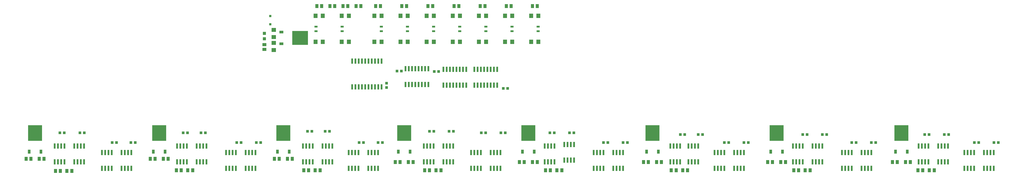
<source format=gbr>
G04 EAGLE Gerber RS-274X export*
G75*
%MOMM*%
%FSLAX34Y34*%
%LPD*%
%INSolderpaste Top*%
%IPPOS*%
%AMOC8*
5,1,8,0,0,1.08239X$1,22.5*%
G01*
G04 Define Apertures*
%ADD10R,1.100000X1.000000*%
%ADD11R,1.200000X0.800000*%
%ADD12R,1.300000X1.500000*%
%ADD13R,1.600000X1.800000*%
%ADD14R,0.660400X2.032000*%
%ADD15R,1.000000X1.100000*%
%ADD16R,5.400000X6.200000*%
%ADD17R,1.000000X1.600000*%
%ADD18R,6.200000X5.400000*%
%ADD19R,1.600000X1.000000*%
%ADD20R,0.950000X0.900000*%
%ADD21R,1.200000X1.200000*%
%ADD22R,1.500000X1.300000*%
%ADD23R,1.800000X1.600000*%
D10*
X266310Y355600D03*
X249310Y355600D03*
D11*
X1244600Y771000D03*
X1244600Y753000D03*
D12*
X1247800Y850900D03*
X1266800Y850900D03*
D13*
X1243300Y711200D03*
X1271300Y711200D03*
X1243300Y812800D03*
X1271300Y812800D03*
D12*
X1298600Y850900D03*
X1317600Y850900D03*
D11*
X1498600Y771000D03*
X1498600Y753000D03*
D12*
X1495400Y850900D03*
X1476400Y850900D03*
D13*
X1499900Y711200D03*
X1471900Y711200D03*
X1499900Y812800D03*
X1471900Y812800D03*
D10*
X1972700Y529590D03*
X1989700Y529590D03*
X452510Y317500D03*
X469510Y317500D03*
D12*
X276250Y207010D03*
X295250Y207010D03*
X231800Y207010D03*
X250800Y207010D03*
D11*
X1346200Y771000D03*
X1346200Y753000D03*
D12*
X1349400Y850900D03*
X1368400Y850900D03*
D13*
X1344900Y711200D03*
X1372900Y711200D03*
X1344900Y812800D03*
X1372900Y812800D03*
D12*
X1400200Y850900D03*
X1419200Y850900D03*
D11*
X1600200Y771000D03*
X1600200Y753000D03*
D12*
X1597000Y850900D03*
X1578000Y850900D03*
D13*
X1601500Y711200D03*
X1573500Y711200D03*
X1601500Y812800D03*
X1573500Y812800D03*
D11*
X1701800Y771000D03*
X1701800Y753000D03*
D12*
X1698600Y850900D03*
X1679600Y850900D03*
D13*
X1703100Y711200D03*
X1675100Y711200D03*
X1703100Y812800D03*
X1675100Y812800D03*
D11*
X1905000Y771000D03*
X1905000Y753000D03*
D12*
X1901800Y850900D03*
X1882800Y850900D03*
D13*
X1906300Y711200D03*
X1878300Y711200D03*
X1906300Y812800D03*
X1878300Y812800D03*
D11*
X2006600Y771000D03*
X2006600Y753000D03*
D12*
X2003400Y850900D03*
X1984400Y850900D03*
D13*
X2007900Y711200D03*
X1979900Y711200D03*
X2007900Y812800D03*
X1979900Y812800D03*
D11*
X1803400Y771000D03*
X1803400Y753000D03*
D12*
X1800200Y850900D03*
X1781200Y850900D03*
D13*
X1804700Y711200D03*
X1776700Y711200D03*
X1804700Y812800D03*
X1776700Y812800D03*
D11*
X2108200Y771000D03*
X2108200Y753000D03*
D12*
X2105000Y850900D03*
X2086000Y850900D03*
D13*
X2109500Y711200D03*
X2081500Y711200D03*
X2109500Y812800D03*
X2081500Y812800D03*
D10*
X936380Y317500D03*
X953380Y317500D03*
X1012580Y317500D03*
X1029580Y317500D03*
D12*
X701700Y209550D03*
X720700Y209550D03*
X746150Y209550D03*
X765150Y209550D03*
D10*
X1412630Y317500D03*
X1429630Y317500D03*
X1228970Y361950D03*
X1211970Y361950D03*
D12*
X1197000Y209550D03*
X1216000Y209550D03*
X1241450Y209550D03*
X1260450Y209550D03*
D10*
X1778880Y361950D03*
X1761880Y361950D03*
X1963810Y355600D03*
X1980810Y355600D03*
D12*
X1666900Y209550D03*
X1685900Y209550D03*
X1711350Y209550D03*
X1730350Y209550D03*
D10*
X2247510Y355600D03*
X2230510Y355600D03*
X2362590Y317500D03*
X2379590Y317500D03*
D12*
X2136800Y209550D03*
X2155800Y209550D03*
X2181250Y209550D03*
X2200250Y209550D03*
D10*
X2730890Y349250D03*
X2747890Y349250D03*
X2832490Y317500D03*
X2849490Y317500D03*
D12*
X2625750Y209550D03*
X2644750Y209550D03*
X2670200Y209550D03*
X2689200Y209550D03*
D10*
X3213490Y349250D03*
X3230490Y349250D03*
X3327790Y317500D03*
X3344790Y317500D03*
D12*
X3102000Y209550D03*
X3121000Y209550D03*
X3146450Y209550D03*
X3165450Y209550D03*
D10*
X3704200Y349250D03*
X3687200Y349250D03*
X3804040Y317500D03*
X3821040Y317500D03*
D12*
X3584600Y209550D03*
X3603600Y209550D03*
X3629050Y209550D03*
X3648050Y209550D03*
D14*
X1499870Y635762D03*
X1487170Y635762D03*
X1474470Y635762D03*
X1461770Y635762D03*
X1449070Y635762D03*
X1436370Y635762D03*
X1423670Y635762D03*
X1410970Y635762D03*
X1410970Y535178D03*
X1423670Y535178D03*
X1436370Y535178D03*
X1449070Y535178D03*
X1461770Y535178D03*
X1474470Y535178D03*
X1487170Y535178D03*
X1499870Y535178D03*
X1398270Y635762D03*
X1385570Y635762D03*
X1398270Y535178D03*
X1385570Y535178D03*
D15*
X1518920Y532520D03*
X1518920Y549520D03*
D16*
X152400Y355200D03*
D17*
X129600Y282200D03*
X175200Y282200D03*
D12*
X187300Y254000D03*
X168300Y254000D03*
X117500Y254000D03*
X136500Y254000D03*
D16*
X635000Y355200D03*
D17*
X612200Y282200D03*
X657800Y282200D03*
D12*
X669900Y254000D03*
X650900Y254000D03*
X600100Y254000D03*
X619100Y254000D03*
D16*
X1117600Y355200D03*
D17*
X1094800Y282200D03*
X1140400Y282200D03*
D12*
X1152500Y254000D03*
X1133500Y254000D03*
X1082700Y254000D03*
X1101700Y254000D03*
D16*
X1587500Y355200D03*
D17*
X1564700Y282200D03*
X1610300Y282200D03*
D12*
X1622400Y241300D03*
X1603400Y241300D03*
X1552600Y241300D03*
X1571600Y241300D03*
D16*
X2070100Y355200D03*
D17*
X2047300Y282200D03*
X2092900Y282200D03*
D12*
X2105000Y241300D03*
X2086000Y241300D03*
X2035200Y241300D03*
X2054200Y241300D03*
D16*
X2552700Y355200D03*
D17*
X2529900Y282200D03*
X2575500Y282200D03*
D12*
X2587600Y241300D03*
X2568600Y241300D03*
X2517800Y241300D03*
X2536800Y241300D03*
D16*
X3035300Y355200D03*
D17*
X3012500Y282200D03*
X3058100Y282200D03*
D12*
X3070200Y241300D03*
X3051200Y241300D03*
X3000400Y241300D03*
X3019400Y241300D03*
D16*
X3520440Y355200D03*
D17*
X3497640Y282200D03*
X3543240Y282200D03*
D12*
X3555340Y241300D03*
X3536340Y241300D03*
X3485540Y241300D03*
X3504540Y241300D03*
D18*
X1183240Y726440D03*
D19*
X1110240Y749240D03*
X1110240Y703640D03*
D10*
X524900Y317500D03*
X541900Y317500D03*
D14*
X450850Y278384D03*
X450850Y216916D03*
X438150Y278384D03*
X425450Y278384D03*
X438150Y216916D03*
X425450Y216916D03*
X412750Y278384D03*
X412750Y216916D03*
X527050Y278384D03*
X527050Y216916D03*
X514350Y278384D03*
X501650Y278384D03*
X514350Y216916D03*
X501650Y216916D03*
X488950Y278384D03*
X488950Y216916D03*
X342900Y303784D03*
X342900Y242316D03*
X330200Y303784D03*
X317500Y303784D03*
X330200Y242316D03*
X317500Y242316D03*
X304800Y303784D03*
X304800Y242316D03*
X266700Y303784D03*
X266700Y242316D03*
X254000Y303784D03*
X241300Y303784D03*
X254000Y242316D03*
X241300Y242316D03*
X228600Y303784D03*
X228600Y242316D03*
D10*
X343780Y355600D03*
X326780Y355600D03*
D14*
X933450Y278384D03*
X933450Y216916D03*
X920750Y278384D03*
X908050Y278384D03*
X920750Y216916D03*
X908050Y216916D03*
X895350Y278384D03*
X895350Y216916D03*
X1009650Y278384D03*
X1009650Y216916D03*
X996950Y278384D03*
X984250Y278384D03*
X996950Y216916D03*
X984250Y216916D03*
X971550Y278384D03*
X971550Y216916D03*
X819150Y303784D03*
X819150Y242316D03*
X806450Y303784D03*
X793750Y303784D03*
X806450Y242316D03*
X793750Y242316D03*
X781050Y303784D03*
X781050Y242316D03*
X742950Y303784D03*
X742950Y242316D03*
X730250Y303784D03*
X717550Y303784D03*
X730250Y242316D03*
X717550Y242316D03*
X704850Y303784D03*
X704850Y242316D03*
D10*
X745100Y355600D03*
X728100Y355600D03*
X814950Y355600D03*
X797950Y355600D03*
D14*
X1409700Y278384D03*
X1409700Y216916D03*
X1397000Y278384D03*
X1384300Y278384D03*
X1397000Y216916D03*
X1384300Y216916D03*
X1371600Y278384D03*
X1371600Y216916D03*
X1485900Y278384D03*
X1485900Y216916D03*
X1473200Y278384D03*
X1460500Y278384D03*
X1473200Y216916D03*
X1460500Y216916D03*
X1447800Y278384D03*
X1447800Y216916D03*
X1308100Y303784D03*
X1308100Y242316D03*
X1295400Y303784D03*
X1282700Y303784D03*
X1295400Y242316D03*
X1282700Y242316D03*
X1270000Y303784D03*
X1270000Y242316D03*
X1231900Y303784D03*
X1231900Y242316D03*
X1219200Y303784D03*
X1206500Y303784D03*
X1219200Y242316D03*
X1206500Y242316D03*
X1193800Y303784D03*
X1193800Y242316D03*
D10*
X1297550Y361950D03*
X1280550Y361950D03*
X1486290Y317500D03*
X1503290Y317500D03*
D14*
X1885950Y278384D03*
X1885950Y216916D03*
X1873250Y278384D03*
X1860550Y278384D03*
X1873250Y216916D03*
X1860550Y216916D03*
X1847850Y278384D03*
X1847850Y216916D03*
X1962150Y278384D03*
X1962150Y216916D03*
X1949450Y278384D03*
X1936750Y278384D03*
X1949450Y216916D03*
X1936750Y216916D03*
X1924050Y278384D03*
X1924050Y216916D03*
X1778000Y303784D03*
X1778000Y242316D03*
X1765300Y303784D03*
X1752600Y303784D03*
X1765300Y242316D03*
X1752600Y242316D03*
X1739900Y303784D03*
X1739900Y242316D03*
X1701800Y303784D03*
X1701800Y242316D03*
X1689100Y303784D03*
X1676400Y303784D03*
X1689100Y242316D03*
X1676400Y242316D03*
X1663700Y303784D03*
X1663700Y242316D03*
D10*
X1702680Y361950D03*
X1685680Y361950D03*
X1887610Y355600D03*
X1904610Y355600D03*
X2438790Y317500D03*
X2455790Y317500D03*
X2171310Y355600D03*
X2154310Y355600D03*
D14*
X2362200Y278384D03*
X2362200Y216916D03*
X2349500Y278384D03*
X2336800Y278384D03*
X2349500Y216916D03*
X2336800Y216916D03*
X2324100Y278384D03*
X2324100Y216916D03*
X2438400Y278384D03*
X2438400Y216916D03*
X2425700Y278384D03*
X2413000Y278384D03*
X2425700Y216916D03*
X2413000Y216916D03*
X2400300Y278384D03*
X2400300Y216916D03*
X2247900Y310134D03*
X2247900Y248666D03*
X2235200Y310134D03*
X2222500Y310134D03*
X2235200Y248666D03*
X2222500Y248666D03*
X2209800Y310134D03*
X2209800Y248666D03*
X2171700Y303784D03*
X2171700Y242316D03*
X2159000Y303784D03*
X2146300Y303784D03*
X2159000Y242316D03*
X2146300Y242316D03*
X2133600Y303784D03*
X2133600Y242316D03*
D10*
X2908690Y317500D03*
X2925690Y317500D03*
X2661040Y349250D03*
X2678040Y349250D03*
D14*
X2832100Y278384D03*
X2832100Y216916D03*
X2819400Y278384D03*
X2806700Y278384D03*
X2819400Y216916D03*
X2806700Y216916D03*
X2794000Y278384D03*
X2794000Y216916D03*
X2908300Y278384D03*
X2908300Y216916D03*
X2895600Y278384D03*
X2882900Y278384D03*
X2895600Y216916D03*
X2882900Y216916D03*
X2870200Y278384D03*
X2870200Y216916D03*
X2730500Y303784D03*
X2730500Y242316D03*
X2717800Y303784D03*
X2705100Y303784D03*
X2717800Y242316D03*
X2705100Y242316D03*
X2692400Y303784D03*
X2692400Y242316D03*
X2660650Y303784D03*
X2660650Y242316D03*
X2647950Y303784D03*
X2635250Y303784D03*
X2647950Y242316D03*
X2635250Y242316D03*
X2622550Y303784D03*
X2622550Y242316D03*
D10*
X3403990Y317500D03*
X3420990Y317500D03*
X3137290Y349250D03*
X3154290Y349250D03*
D14*
X3327400Y278384D03*
X3327400Y216916D03*
X3314700Y278384D03*
X3302000Y278384D03*
X3314700Y216916D03*
X3302000Y216916D03*
X3289300Y278384D03*
X3289300Y216916D03*
X3403600Y278384D03*
X3403600Y216916D03*
X3390900Y278384D03*
X3378200Y278384D03*
X3390900Y216916D03*
X3378200Y216916D03*
X3365500Y278384D03*
X3365500Y216916D03*
X3213100Y303784D03*
X3213100Y242316D03*
X3200400Y303784D03*
X3187700Y303784D03*
X3200400Y242316D03*
X3187700Y242316D03*
X3175000Y303784D03*
X3175000Y242316D03*
X3136900Y303784D03*
X3136900Y242316D03*
X3124200Y303784D03*
X3111500Y303784D03*
X3124200Y242316D03*
X3111500Y242316D03*
X3098800Y303784D03*
X3098800Y242316D03*
D10*
X3880240Y317500D03*
X3897240Y317500D03*
X3628000Y349250D03*
X3611000Y349250D03*
D14*
X3803650Y278384D03*
X3803650Y216916D03*
X3790950Y278384D03*
X3778250Y278384D03*
X3790950Y216916D03*
X3778250Y216916D03*
X3765550Y278384D03*
X3765550Y216916D03*
X3879850Y278384D03*
X3879850Y216916D03*
X3867150Y278384D03*
X3854450Y278384D03*
X3867150Y216916D03*
X3854450Y216916D03*
X3841750Y278384D03*
X3841750Y216916D03*
X3702050Y303784D03*
X3702050Y242316D03*
X3689350Y303784D03*
X3676650Y303784D03*
X3689350Y242316D03*
X3676650Y242316D03*
X3663950Y303784D03*
X3663950Y242316D03*
X3625850Y303784D03*
X3625850Y242316D03*
X3613150Y303784D03*
X3600450Y303784D03*
X3613150Y242316D03*
X3600450Y242316D03*
X3587750Y303784D03*
X3587750Y242316D03*
X1949450Y603504D03*
X1949450Y542036D03*
X1936750Y603504D03*
X1924050Y603504D03*
X1936750Y542036D03*
X1924050Y542036D03*
X1911350Y603504D03*
X1911350Y542036D03*
X1898650Y603504D03*
X1898650Y542036D03*
X1885950Y603504D03*
X1873250Y603504D03*
X1885950Y542036D03*
X1873250Y542036D03*
X1860550Y603504D03*
X1860550Y542036D03*
D10*
X1721730Y595630D03*
X1704730Y595630D03*
X1576950Y596900D03*
X1559950Y596900D03*
D20*
X1066800Y780290D03*
X1066800Y811790D03*
D21*
X1043940Y723560D03*
X1043940Y744560D03*
D22*
X1043940Y681380D03*
X1043940Y700380D03*
D14*
X1592580Y544576D03*
X1592580Y606044D03*
X1605280Y544576D03*
X1617980Y544576D03*
X1605280Y606044D03*
X1617980Y606044D03*
X1630680Y544576D03*
X1630680Y606044D03*
X1643380Y544576D03*
X1643380Y606044D03*
X1656080Y544576D03*
X1668780Y544576D03*
X1656080Y606044D03*
X1668780Y606044D03*
X1681480Y544576D03*
X1681480Y606044D03*
X1739900Y542036D03*
X1739900Y603504D03*
X1752600Y542036D03*
X1765300Y542036D03*
X1752600Y603504D03*
X1765300Y603504D03*
X1778000Y542036D03*
X1778000Y603504D03*
X1790700Y542036D03*
X1790700Y603504D03*
X1803400Y542036D03*
X1816100Y542036D03*
X1803400Y603504D03*
X1816100Y603504D03*
X1828800Y542036D03*
X1828800Y603504D03*
D23*
X1080770Y679420D03*
X1080770Y707420D03*
X1080770Y758220D03*
X1080770Y730220D03*
M02*

</source>
